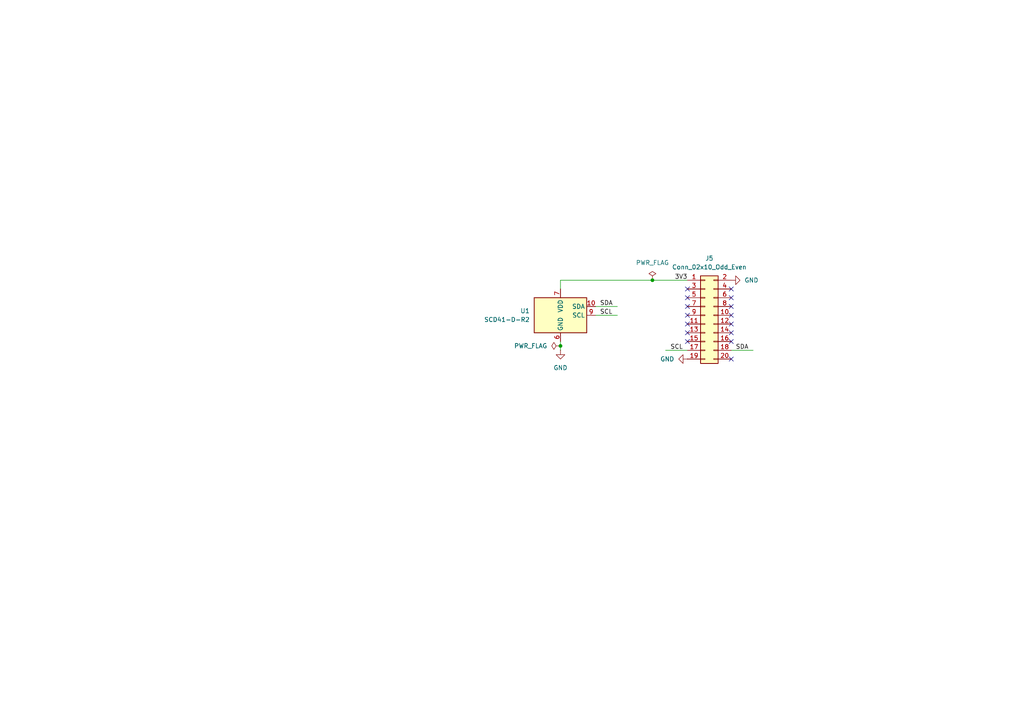
<source format=kicad_sch>
(kicad_sch (version 20250114) (generator "eeschema") (generator_version "9.0")
  (paper "A4")
  (lib_symbols
    (symbol "Connector_Generic:Conn_02x10_Odd_Even" (pin_names (offset 1.016) (hide yes))
      (property "Reference" "J" (at 1.27 12.7 0))
      (property "Value" "Conn_02x10_Odd_Even" (at 1.27 -15.24 0))
      (symbol "Conn_02x10_Odd_Even_1_1"
        (rectangle (start -1.27 11.43) (end 3.81 -13.97) (stroke (width 0.254)) (fill (type background)))
        (rectangle (start -1.27 10.287) (end 0 10.033) (stroke (width 0.1524)))
        (rectangle (start -1.27 7.747) (end 0 7.493) (stroke (width 0.1524)))
        (rectangle (start -1.27 5.207) (end 0 4.953) (stroke (width 0.1524)))
        (rectangle (start -1.27 2.667) (end 0 2.413) (stroke (width 0.1524)))
        (rectangle (start -1.27 0.127) (end 0 -0.127) (stroke (width 0.1524)))
        (rectangle (start -1.27 -2.413) (end 0 -2.667) (stroke (width 0.1524)))
        (rectangle (start -1.27 -4.953) (end 0 -5.207) (stroke (width 0.1524)))
        (rectangle (start -1.27 -7.493) (end 0 -7.747) (stroke (width 0.1524)))
        (rectangle (start -1.27 -10.033) (end 0 -10.287) (stroke (width 0.1524)))
        (rectangle (start -1.27 -12.573) (end 0 -12.827) (stroke (width 0.1524)))
        (rectangle (start 3.81 10.287) (end 2.54 10.033) (stroke (width 0.1524)))
        (rectangle (start 3.81 7.747) (end 2.54 7.493) (stroke (width 0.1524)))
        (rectangle (start 3.81 5.207) (end 2.54 4.953) (stroke (width 0.1524)))
        (rectangle (start 3.81 2.667) (end 2.54 2.413) (stroke (width 0.1524)))
        (rectangle (start 3.81 0.127) (end 2.54 -0.127) (stroke (width 0.1524)))
        (rectangle (start 3.81 -2.413) (end 2.54 -2.667) (stroke (width 0.1524)))
        (rectangle (start 3.81 -4.953) (end 2.54 -5.207) (stroke (width 0.1524)))
        (rectangle (start 3.81 -7.493) (end 2.54 -7.747) (stroke (width 0.1524)))
        (rectangle (start 3.81 -10.033) (end 2.54 -10.287) (stroke (width 0.1524)))
        (rectangle (start 3.81 -12.573) (end 2.54 -12.827) (stroke (width 0.1524)))
        (pin passive line (at -5.08 10.16 0) (length 3.81) (name "Pin_1") (number "1"))
        (pin passive line (at -5.08 7.62 0) (length 3.81) (name "Pin_3") (number "3"))
        (pin passive line (at -5.08 5.08 0) (length 3.81) (name "Pin_5") (number "5"))
        (pin passive line (at -5.08 2.54 0) (length 3.81) (name "Pin_7") (number "7"))
        (pin passive line (at -5.08 0 0) (length 3.81) (name "Pin_9") (number "9"))
        (pin passive line (at -5.08 -2.54 0) (length 3.81) (name "Pin_11") (number "11"))
        (pin passive line (at -5.08 -5.08 0) (length 3.81) (name "Pin_13") (number "13"))
        (pin passive line (at -5.08 -7.62 0) (length 3.81) (name "Pin_15") (number "15"))
        (pin passive line (at -5.08 -10.16 0) (length 3.81) (name "Pin_17") (number "17"))
        (pin passive line (at -5.08 -12.7 0) (length 3.81) (name "Pin_19") (number "19"))
        (pin passive line (at 7.62 10.16 180) (length 3.81) (name "Pin_2") (number "2"))
        (pin passive line (at 7.62 7.62 180) (length 3.81) (name "Pin_4") (number "4"))
        (pin passive line (at 7.62 5.08 180) (length 3.81) (name "Pin_6") (number "6"))
        (pin passive line (at 7.62 2.54 180) (length 3.81) (name "Pin_8") (number "8"))
        (pin passive line (at 7.62 0 180) (length 3.81) (name "Pin_10") (number "10"))
        (pin passive line (at 7.62 -2.54 180) (length 3.81) (name "Pin_12") (number "12"))
        (pin passive line (at 7.62 -5.08 180) (length 3.81) (name "Pin_14") (number "14"))
        (pin passive line (at 7.62 -7.62 180) (length 3.81) (name "Pin_16") (number "16"))
        (pin passive line (at 7.62 -10.16 180) (length 3.81) (name "Pin_18") (number "18"))
        (pin passive line (at 7.62 -12.7 180) (length 3.81) (name "Pin_20") (number "20"))
      )
    )
    (symbol "Sensor_Gas:SCD41-D-R2"
      (property "Reference" "U" (at -7.62 6.35 0))
      (property "Value" "SCD41-D-R2" (at 6.985 6.35 0))
      (symbol "SCD41-D-R2_0_1"
        (rectangle (start 7.62 5.08) (end -7.62 -5.08) (stroke (width 0.254)) (fill (type background)))
      )
      (symbol "SCD41-D-R2_1_1"
        (pin passive line (at 0 7.62 270) (length 2.54) (hide yes) (name "VDD") (number "19"))
        (pin power_in line (at 0 7.62 270) (length 2.54) (name "VDD") (number "7"))
        (pin passive line (at 0 -7.62 90) (length 2.54) (hide yes) (name "GND") (number "20"))
        (pin passive line (at 0 -7.62 90) (length 2.54) (hide yes) (name "GND") (number "21"))
        (pin power_in line (at 0 -7.62 90) (length 2.54) (name "GND") (number "6"))
        (pin bidirectional line (at 10.16 2.54 180) (length 2.54) (name "SDA") (number "10"))
        (pin input line (at 10.16 0 180) (length 2.54) (name "SCL") (number "9"))
      )
    )
    (symbol "power:GND" (power) (pin_numbers (hide yes)) (pin_names (offset 0) (hide yes))
      (property "Value" "GND" (at 0 -3.81 0))
      (symbol "GND_0_1"
        (polyline (pts (xy 0 0) (xy 0 -1.27) (xy 1.27 -1.27) (xy 0 -2.54) (xy -1.27 -1.27) (xy 0 -1.27)))
      )
      (symbol "GND_1_1"
        (pin power_in line (at 0 0 270) (length 0) (name "~") (number "1"))
      )
    )
    (symbol "power:PWR_FLAG" (power) (pin_numbers (hide yes)) (pin_names (offset 0) (hide yes))
      (property "Value" "PWR_FLAG" (at 0 3.81 0))
      (symbol "PWR_FLAG_0_0"
        (pin power_out line (at 0 0 90) (length 0) (name "~") (number "1"))
      )
      (symbol "PWR_FLAG_0_1"
        (polyline (pts (xy 0 0) (xy 0 1.27) (xy -1.016 1.905) (xy 0 2.54) (xy 1.016 1.905) (xy 0 1.27)))
      )
    )
  )
  (junction (at 189.23 81.28))
  (junction (at 162.56 100.33))
  (no_connect (at 212.09 86.36))
  (no_connect (at 212.09 83.82))
  (no_connect (at 199.39 83.82))
  (no_connect (at 199.39 86.36))
  (no_connect (at 199.39 88.9))
  (no_connect (at 212.09 104.14))
  (no_connect (at 199.39 99.06))
  (no_connect (at 199.39 96.52))
  (no_connect (at 199.39 93.98))
  (no_connect (at 199.39 91.44))
  (no_connect (at 212.09 99.06))
  (no_connect (at 212.09 88.9))
  (no_connect (at 212.09 91.44))
  (no_connect (at 212.09 93.98))
  (no_connect (at 212.09 96.52))
  (wire (pts (xy 162.56 99.06) (xy 162.56 100.33)))
  (wire (pts (xy 189.23 81.28) (xy 199.39 81.28)))
  (wire (pts (xy 212.09 101.6) (xy 218.44 101.6)))
  (wire (pts (xy 172.72 91.44) (xy 179.07 91.44)))
  (wire (pts (xy 162.56 83.82) (xy 162.56 81.28)))
  (wire (pts (xy 193.04 101.6) (xy 199.39 101.6)))
  (wire (pts (xy 162.56 100.33) (xy 162.56 101.6)))
  (wire (pts (xy 162.56 81.28) (xy 189.23 81.28)))
  (wire (pts (xy 172.72 88.9) (xy 179.07 88.9)))
  (label "SCL" (at 198.12 101.6 180))
  (label "SCL" (at 173.99 91.44 0))
  (label "SDA" (at 173.99 88.9 0))
  (label "SDA" (at 213.36 101.6 0))
  (label "3V3" (at 199.39 81.28 180))
  (symbol (lib_id "power:PWR_FLAG") (at 162.56 100.33 90) (unit 1)
    (property "Reference" "#FLG02" (effects (hide yes)))
    (property "Value" "PWR_FLAG" (at 158.75 100.3299 90) (effects (justify left)))
    (property "Description" "Special symbol for telling ERC where power comes from" (effects (hide yes)))
  )
  (symbol (lib_id "power:GND") (at 212.09 81.28 90) (mirror x) (unit 1)
    (property "Reference" "#PWR28" (effects (hide yes)))
    (property "Value" "GND" (at 215.9 81.2799 90) (effects (justify right)))
    (property "Description" "Power symbol creates a global label with name \"GND\" , ground" (effects (hide yes)))
  )
  (symbol (lib_id "power:PWR_FLAG") (at 189.23 81.28 0) (unit 1)
    (property "Reference" "#FLG01" (effects (hide yes)))
    (property "Value" "PWR_FLAG" (at 189.23 76.2 0))
    (property "Description" "Special symbol for telling ERC where power comes from" (effects (hide yes)))
  )
  (symbol (lib_id "power:GND") (at 199.39 104.14 270) (mirror x) (unit 1)
    (property "Reference" "#PWR27" (effects (hide yes)))
    (property "Value" "GND" (at 195.58 104.1401 90) (effects (justify right)))
    (property "Description" "Power symbol creates a global label with name \"GND\" , ground" (effects (hide yes)))
  )
  (symbol (lib_id "Connector_Generic:Conn_02x10_Odd_Even") (at 204.47 91.44 0) (unit 1)
    (property "Reference" "J5" (at 205.74 74.93 0))
    (property "Value" "Conn_02x10_Odd_Even" (at 205.74 77.47 0))
    (property "Footprint" "Connector_PinHeader_2.54mm:PinHeader_2x10_P2.54mm_Vertical" (effects (hide yes)))
    (property "Description" "Generic connector, double row, 02x10, odd/even pin numbering scheme (row 1 odd numbers, row 2 even numbers), script generated (kicad-library-utils/schlib/autogen/connector/)" (effects (hide yes)))
  )
  (symbol (lib_id "power:GND") (at 162.56 101.6 0) (unit 1)
    (property "Reference" "#PWR01" (effects (hide yes)))
    (property "Value" "GND" (at 162.56 106.68 0))
    (property "Description" "Power symbol creates a global label with name \"GND\" , ground" (effects (hide yes)))
  )
  (symbol (lib_id "Sensor_Gas:SCD41-D-R2") (at 162.56 91.44 0) (unit 1)
    (property "Reference" "U1" (at 153.67 90.1699 0) (effects (justify right)))
    (property "Value" "SCD41-D-R2" (at 153.67 92.7099 0) (effects (justify right)))
    (property "Footprint" "Sensor:Sensirion_SCD4x-1EP_10.1x10.1mm_P1.25mm_EP4.8x4.8mm" (effects (hide yes)))
    (property "Datasheet" "https://sensirion.com/media/documents/E0F04247/631EF271/CD_DS_SCD40_SCD41_Datasheet_D1.pdf" (effects (hide yes)))
    (property "Description" "Photoacoustic CO2 sensor, 40 000 ppm, I2C, 2.4-5.5 V, High accuracy  400 - 5000 ppm" (effects (hide yes)))
    (property "JLCPCB" "C3659294" (effects (hide yes)))
  )
)
</source>
